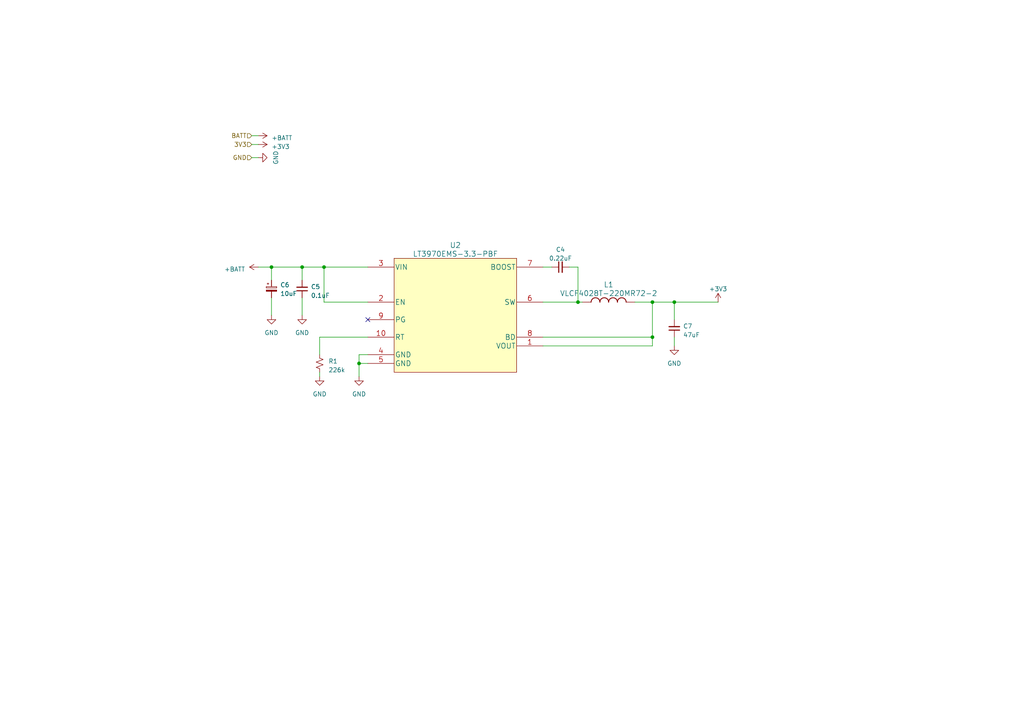
<source format=kicad_sch>
(kicad_sch (version 20230121) (generator eeschema)
  (paper "A4")
  (lib_symbols
    (symbol "Device:C_Polarized_Small" (pin_numbers hide) (pin_names (offset 0.254) hide)
      (property "Reference" "C" (at 0.254 1.778 0))
      (property "Value" "C_Polarized_Small" (at 0.254 -2.032 0))
      (symbol "C_Polarized_Small_0_1"
        (rectangle (start -1.524 -0.3048) (end 1.524 -0.6858) (fill (type outline)))
        (rectangle (start -1.524 0.6858) (end 1.524 0.3048))
        (polyline (pts (xy -1.27 1.524) (xy -0.762 1.524)))
        (polyline (pts (xy -1.016 1.27) (xy -1.016 1.778)))
      )
      (symbol "C_Polarized_Small_1_1"
        (pin passive line (at 0 2.54 270) (length 1.8542) (name "~") (number "1"))
        (pin passive line (at 0 -2.54 90) (length 1.8542) (name "~") (number "2"))
      )
    )
    (symbol "Device:C_Small" (pin_numbers hide) (pin_names (offset 0.254) hide)
      (property "Reference" "C" (at 0.254 1.778 0))
      (property "Value" "C_Small" (at 0.254 -2.032 0))
      (symbol "C_Small_0_1"
        (polyline (pts (xy -1.524 -0.508) (xy 1.524 -0.508)) (stroke (width 0.3302)))
        (polyline (pts (xy -1.524 0.508) (xy 1.524 0.508)) (stroke (width 0.3048)))
      )
      (symbol "C_Small_1_1"
        (pin passive line (at 0 2.54 270) (length 2.032) (name "~") (number "1"))
        (pin passive line (at 0 -2.54 90) (length 2.032) (name "~") (number "2"))
      )
    )
    (symbol "Device:R_Small_US" (pin_numbers hide) (pin_names (offset 0.254) hide)
      (property "Reference" "R" (at 0.762 0.508 0))
      (property "Value" "R_Small_US" (at 0.762 -1.016 0))
      (symbol "R_Small_US_1_1"
        (polyline (pts (xy 0 0) (xy 1.016 -0.381) (xy 0 -0.762) (xy -1.016 -1.143) (xy 0 -1.524)))
        (polyline (pts (xy 0 1.524) (xy 1.016 1.143) (xy 0 0.762) (xy -1.016 0.381) (xy 0 0)))
        (pin passive line (at 0 2.54 270) (length 1.016) (name "~") (number "1"))
        (pin passive line (at 0 -2.54 90) (length 1.016) (name "~") (number "2"))
      )
    )
    (symbol "asvco2-board:LT3970EMS-3.3-PBF" (pin_names (offset 0.254))
      (property "Reference" "U" (at 25.4 7.62 0))
      (property "Value" "LT3970EMS-3.3-PBF" (at 25.4 5.08 0))
      (symbol "LT3970EMS-3.3-PBF_1_1"
        (rectangle (start 7.62 2.54) (end 43.18 -30.48) (fill (type background)))
        (pin power_out line (at 50.8 -22.86 180) (length 7.62) (name "VOUT") (number "1"))
        (pin passive line (at 0 -20.32 0) (length 7.62) (name "RT") (number "10"))
        (pin input line (at 0 -10.16 0) (length 7.62) (name "EN") (number "2"))
        (pin input line (at 0 0 0) (length 7.62) (name "VIN") (number "3"))
        (pin power_in line (at 0 -25.4 0) (length 7.62) (name "GND") (number "4"))
        (pin power_in line (at 0 -27.94 0) (length 7.62) (name "GND") (number "5"))
        (pin output line (at 50.8 -10.16 180) (length 7.62) (name "SW") (number "6"))
        (pin input line (at 50.8 0 180) (length 7.62) (name "BOOST") (number "7"))
        (pin power_in line (at 50.8 -20.32 180) (length 7.62) (name "BD") (number "8"))
        (pin output line (at 0 -15.24 0) (length 7.62) (name "PG") (number "9"))
      )
    )
    (symbol "asvco2-board:VLCF4028T-220MR72-2" (pin_numbers hide) (pin_names (offset 1.651) hide)
      (property "Reference" "L" (at 6.985 5.08 0))
      (property "Value" "VLCF4028T-220MR72-2" (at 6.985 -5.715 0))
      (symbol "VLCF4028T-220MR72-2_1_1"
        (arc (start 5.08 0) (mid 3.81 1.2645) (end 2.54 0) (stroke (width 0.254)))
        (arc (start 7.62 0) (mid 6.35 1.2645) (end 5.08 0) (stroke (width 0.254)))
        (arc (start 10.16 0) (mid 8.89 1.2645) (end 7.62 0) (stroke (width 0.254)))
        (arc (start 12.7 0) (mid 11.43 1.2645) (end 10.16 0) (stroke (width 0.254)))
        (pin passive line (at 15.24 0 180) (length 2.54) (name "1") (number "1"))
        (pin passive line (at 0 0 0) (length 2.54) (name "2") (number "2"))
      )
    )
    (symbol "power:+3V3" (power) (pin_names (offset 0))
      (property "Value" "+3V3" (at 0 3.556 0))
      (symbol "+3V3_0_1"
        (polyline (pts (xy -0.762 1.27) (xy 0 2.54)))
        (polyline (pts (xy 0 0) (xy 0 2.54)))
        (polyline (pts (xy 0 2.54) (xy 0.762 1.27)))
      )
      (symbol "+3V3_1_1"
        (pin power_in line (at 0 0 90) (length 0) hide (name "+3V3") (number "1"))
      )
    )
    (symbol "power:+BATT" (power) (pin_names (offset 0))
      (property "Value" "+BATT" (at 0 3.556 0))
      (symbol "+BATT_0_1"
        (polyline (pts (xy -0.762 1.27) (xy 0 2.54)))
        (polyline (pts (xy 0 0) (xy 0 2.54)))
        (polyline (pts (xy 0 2.54) (xy 0.762 1.27)))
      )
      (symbol "+BATT_1_1"
        (pin power_in line (at 0 0 90) (length 0) hide (name "+BATT") (number "1"))
      )
    )
    (symbol "power:GND" (power) (pin_names (offset 0))
      (property "Value" "GND" (at 0 -3.81 0))
      (symbol "GND_0_1"
        (polyline (pts (xy 0 0) (xy 0 -1.27) (xy 1.27 -1.27) (xy 0 -2.54) (xy -1.27 -1.27) (xy 0 -1.27)))
      )
      (symbol "GND_1_1"
        (pin power_in line (at 0 0 270) (length 0) hide (name "GND") (number "1"))
      )
    )
  )
  (junction (at 189.23 87.63))
  (junction (at 78.74 77.47))
  (junction (at 167.64 87.63))
  (junction (at 93.98 77.47))
  (junction (at 104.14 105.41))
  (junction (at 189.23 97.79))
  (junction (at 87.63 77.47))
  (junction (at 195.58 87.63))
  (no_connect (at 106.68 92.71))
  (wire (pts (xy 157.48 87.63) (xy 167.64 87.63)))
  (wire (pts (xy 104.14 105.41) (xy 104.14 109.22)))
  (wire (pts (xy 106.68 97.79) (xy 92.71 97.79)))
  (wire (pts (xy 74.93 77.47) (xy 78.74 77.47)))
  (wire (pts (xy 189.23 100.33) (xy 189.23 97.79)))
  (wire (pts (xy 167.64 87.63) (xy 167.64 77.47)))
  (wire (pts (xy 167.64 77.47) (xy 165.1 77.47)))
  (wire (pts (xy 195.58 87.63) (xy 208.28 87.63)))
  (wire (pts (xy 189.23 97.79) (xy 189.23 87.63)))
  (wire (pts (xy 106.68 87.63) (xy 93.98 87.63)))
  (wire (pts (xy 167.64 87.63) (xy 168.91 87.63)))
  (wire (pts (xy 195.58 87.63) (xy 195.58 92.71)))
  (wire (pts (xy 106.68 105.41) (xy 104.14 105.41)))
  (wire (pts (xy 157.48 77.47) (xy 160.02 77.47)))
  (wire (pts (xy 93.98 87.63) (xy 93.98 77.47)))
  (wire (pts (xy 73.025 39.37) (xy 74.93 39.37)))
  (wire (pts (xy 87.63 77.47) (xy 87.63 81.28)))
  (wire (pts (xy 73.025 41.91) (xy 74.93 41.91)))
  (wire (pts (xy 78.74 77.47) (xy 78.74 81.28)))
  (wire (pts (xy 157.48 100.33) (xy 189.23 100.33)))
  (wire (pts (xy 93.98 77.47) (xy 106.68 77.47)))
  (wire (pts (xy 78.74 77.47) (xy 87.63 77.47)))
  (wire (pts (xy 189.23 87.63) (xy 195.58 87.63)))
  (wire (pts (xy 157.48 97.79) (xy 189.23 97.79)))
  (wire (pts (xy 87.63 77.47) (xy 93.98 77.47)))
  (wire (pts (xy 92.71 97.79) (xy 92.71 102.87)))
  (wire (pts (xy 87.63 86.36) (xy 87.63 91.44)))
  (wire (pts (xy 195.58 97.79) (xy 195.58 100.33)))
  (wire (pts (xy 106.68 102.87) (xy 104.14 102.87)))
  (wire (pts (xy 184.15 87.63) (xy 189.23 87.63)))
  (wire (pts (xy 92.71 107.95) (xy 92.71 109.22)))
  (wire (pts (xy 73.025 45.72) (xy 74.93 45.72)))
  (wire (pts (xy 104.14 102.87) (xy 104.14 105.41)))
  (wire (pts (xy 78.74 86.36) (xy 78.74 91.44)))
  (hierarchical_label "BATT" (shape input) (at 73.025 39.37 180))
  (hierarchical_label "3V3" (shape input) (at 73.025 41.91 180))
  (hierarchical_label "GND" (shape input) (at 73.025 45.72 180))
  (symbol (lib_id "asvco2-board:LT3970EMS-3.3-PBF") (at 106.68 77.47 0) (unit 1)
    (property "Reference" "U2" (at 132.08 71.12 0) (effects (font (size 1.524 1.524))))
    (property "Value" "LT3970EMS-3.3-PBF" (at 132.08 73.66 0) (effects (font (size 1.524 1.524))))
    (property "Footprint" "asvco2-board:LT3970EMS-3.3-PBF" (effects hide))
    (property "MPN" "LT3970EMS-3.3-PBF" (effects hide))
  )
  (symbol (lib_id "Device:C_Small") (at 162.56 77.47 90) (unit 1)
    (property "Reference" "C4" (at 162.5663 72.39 90))
    (property "Value" "0.22uF" (at 162.5663 74.93 90))
    (property "Footprint" "Capacitor_SMD:C_0603_1608Metric_Pad1.08x0.95mm_HandSolder" (effects hide))
    (property "MPN" "CGA3E3X7R1H224K080AB" (effects hide))
  )
  (symbol (lib_id "power:GND") (at 104.14 109.22 0) (unit 1)
    (property "Reference" "#PWR05" (effects hide))
    (property "Value" "GND" (at 104.14 114.3 0))
  )
  (symbol (lib_id "power:+3V3") (at 208.28 87.63 0) (unit 1)
    (property "Reference" "#PWR07" (effects hide))
    (property "Value" "+3V3" (at 208.28 83.82 0))
  )
  (symbol (lib_id "power:GND") (at 74.93 45.72 90) (unit 1)
    (property "Reference" "#PWR026" (effects hide))
    (property "Value" "GND" (at 80.01 45.72 0))
  )
  (symbol (lib_id "power:GND") (at 87.63 91.44 0) (unit 1)
    (property "Reference" "#PWR010" (effects hide))
    (property "Value" "GND" (at 87.63 96.52 0))
  )
  (symbol (lib_id "power:+3V3") (at 74.93 41.91 270) (unit 1)
    (property "Reference" "#PWR025" (effects hide))
    (property "Value" "+3V3" (at 78.74 42.545 90) (effects (justify left)))
  )
  (symbol (lib_id "Device:C_Small") (at 87.63 83.82 180) (unit 1)
    (property "Reference" "C5" (at 90.17 83.1786 0) (effects (justify right)))
    (property "Value" "0.1uF" (at 90.17 85.7186 0) (effects (justify right)))
    (property "Footprint" "Capacitor_SMD:C_0603_1608Metric_Pad1.08x0.95mm_HandSolder" (effects hide))
    (property "MPN" "C0603X104K5RAC7867" (effects hide))
  )
  (symbol (lib_id "power:GND") (at 78.74 91.44 0) (unit 1)
    (property "Reference" "#PWR09" (effects hide))
    (property "Value" "GND" (at 78.74 96.52 0))
  )
  (symbol (lib_id "Device:C_Small") (at 195.58 95.25 180) (unit 1)
    (property "Reference" "C7" (at 198.12 94.6086 0) (effects (justify right)))
    (property "Value" "47uF" (at 198.12 97.1486 0) (effects (justify right)))
    (property "Footprint" "Capacitor_SMD:C_1210_3225Metric_Pad1.33x2.70mm_HandSolder" (effects hide))
    (property "MPN" "LMK325B7476MM-TR" (effects hide))
  )
  (symbol (lib_id "power:+BATT") (at 74.93 77.47 90) (unit 1)
    (property "Reference" "#PWR06" (effects hide))
    (property "Value" "+BATT" (at 71.12 78.105 90) (effects (justify left)))
  )
  (symbol (lib_id "asvco2-board:VLCF4028T-220MR72-2") (at 168.91 87.63 0) (unit 1)
    (property "Reference" "L1" (at 176.53 82.55 0) (effects (font (size 1.524 1.524))))
    (property "Value" "VLCF4028T-220MR72-2" (at 176.53 85.09 0) (effects (font (size 1.524 1.524))))
    (property "Footprint" "asvco2-board:VLCF4028T-220MR72-2" (effects hide))
    (property "MPN" "VLCF4028T-220MR72-2" (effects hide))
  )
  (symbol (lib_id "Device:R_Small_US") (at 92.71 105.41 0) (unit 1)
    (property "Reference" "R1" (at 95.25 104.775 0) (effects (justify left)))
    (property "Value" "226k" (at 95.25 107.315 0) (effects (justify left)))
    (property "Footprint" "Resistor_SMD:R_0603_1608Metric_Pad0.98x0.95mm_HandSolder" (effects hide))
    (property "MPN" "ERJ-3EKF2263V" (effects hide))
  )
  (symbol (lib_id "power:GND") (at 92.71 109.22 0) (unit 1)
    (property "Reference" "#PWR08" (effects hide))
    (property "Value" "GND" (at 92.71 114.3 0))
  )
  (symbol (lib_id "power:+BATT") (at 74.93 39.37 270) (unit 1)
    (property "Reference" "#PWR024" (effects hide))
    (property "Value" "+BATT" (at 78.74 40.005 90) (effects (justify left)))
  )
  (symbol (lib_id "Device:C_Polarized_Small") (at 78.74 83.82 0) (unit 1)
    (property "Reference" "C6" (at 81.28 82.6389 0) (effects (justify left)))
    (property "Value" "10uF" (at 81.28 85.1789 0) (effects (justify left)))
    (property "Footprint" "Capacitor_SMD:C_1206_3216Metric_Pad1.33x1.80mm_HandSolder" (effects hide))
    (property "MPN" "CGA5L1X7R1E106K160AE" (effects hide))
  )
  (symbol (lib_id "power:GND") (at 195.58 100.33 0) (unit 1)
    (property "Reference" "#PWR011" (effects hide))
    (property "Value" "GND" (at 195.58 105.41 0))
  )
)
</source>
